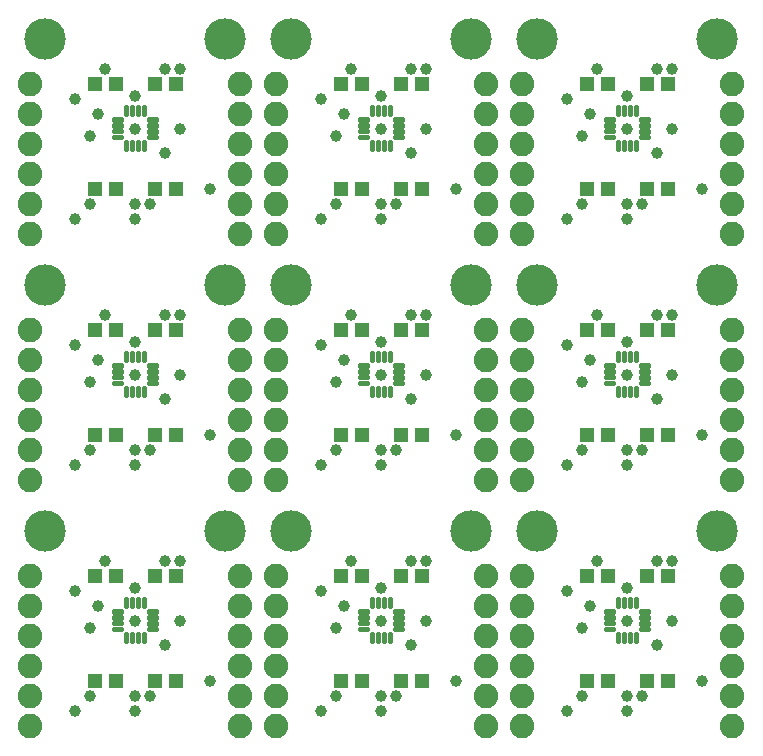
<source format=gts>
G75*
%MOIN*%
%OFA0B0*%
%FSLAX25Y25*%
%IPPOS*%
%LPD*%
%AMOC8*
5,1,8,0,0,1.08239X$1,22.5*
%
%ADD10C,0.01486*%
%ADD11R,0.05131X0.04737*%
%ADD12C,0.13800*%
%ADD13C,0.08200*%
%ADD14C,0.03900*%
D10*
X0037793Y0040844D02*
X0040453Y0040844D01*
X0037793Y0040844D02*
X0037793Y0041338D01*
X0040453Y0041338D01*
X0040453Y0040844D01*
X0040453Y0042813D02*
X0037793Y0042813D01*
X0037793Y0043307D01*
X0040453Y0043307D01*
X0040453Y0042813D01*
X0040453Y0044781D02*
X0037793Y0044781D01*
X0037793Y0045275D01*
X0040453Y0045275D01*
X0040453Y0044781D01*
X0040453Y0046750D02*
X0037793Y0046750D01*
X0037793Y0047244D01*
X0040453Y0047244D01*
X0040453Y0046750D01*
X0042370Y0048628D02*
X0042370Y0051288D01*
X0042370Y0048628D02*
X0041876Y0048628D01*
X0041876Y0051288D01*
X0042370Y0051288D01*
X0042370Y0050113D02*
X0041876Y0050113D01*
X0044338Y0051288D02*
X0044338Y0048628D01*
X0043844Y0048628D01*
X0043844Y0051288D01*
X0044338Y0051288D01*
X0044338Y0050113D02*
X0043844Y0050113D01*
X0046307Y0051288D02*
X0046307Y0048628D01*
X0045813Y0048628D01*
X0045813Y0051288D01*
X0046307Y0051288D01*
X0046307Y0050113D02*
X0045813Y0050113D01*
X0048275Y0051288D02*
X0048275Y0048628D01*
X0047781Y0048628D01*
X0047781Y0051288D01*
X0048275Y0051288D01*
X0048275Y0050113D02*
X0047781Y0050113D01*
X0049620Y0047205D02*
X0052280Y0047205D01*
X0052280Y0046711D01*
X0049620Y0046711D01*
X0049620Y0047205D01*
X0049620Y0045236D02*
X0052280Y0045236D01*
X0052280Y0044742D01*
X0049620Y0044742D01*
X0049620Y0045236D01*
X0049620Y0043268D02*
X0052280Y0043268D01*
X0052280Y0042774D01*
X0049620Y0042774D01*
X0049620Y0043268D01*
X0049620Y0041299D02*
X0052280Y0041299D01*
X0052280Y0040805D01*
X0049620Y0040805D01*
X0049620Y0041299D01*
X0047781Y0039461D02*
X0047781Y0036801D01*
X0047781Y0039461D02*
X0048275Y0039461D01*
X0048275Y0036801D01*
X0047781Y0036801D01*
X0047781Y0038286D02*
X0048275Y0038286D01*
X0045813Y0039461D02*
X0045813Y0036801D01*
X0045813Y0039461D02*
X0046307Y0039461D01*
X0046307Y0036801D01*
X0045813Y0036801D01*
X0045813Y0038286D02*
X0046307Y0038286D01*
X0043844Y0039461D02*
X0043844Y0036801D01*
X0043844Y0039461D02*
X0044338Y0039461D01*
X0044338Y0036801D01*
X0043844Y0036801D01*
X0043844Y0038286D02*
X0044338Y0038286D01*
X0041876Y0039461D02*
X0041876Y0036801D01*
X0041876Y0039461D02*
X0042370Y0039461D01*
X0042370Y0036801D01*
X0041876Y0036801D01*
X0041876Y0038286D02*
X0042370Y0038286D01*
X0119793Y0040844D02*
X0122453Y0040844D01*
X0119793Y0040844D02*
X0119793Y0041338D01*
X0122453Y0041338D01*
X0122453Y0040844D01*
X0122453Y0042813D02*
X0119793Y0042813D01*
X0119793Y0043307D01*
X0122453Y0043307D01*
X0122453Y0042813D01*
X0122453Y0044781D02*
X0119793Y0044781D01*
X0119793Y0045275D01*
X0122453Y0045275D01*
X0122453Y0044781D01*
X0122453Y0046750D02*
X0119793Y0046750D01*
X0119793Y0047244D01*
X0122453Y0047244D01*
X0122453Y0046750D01*
X0124370Y0048628D02*
X0124370Y0051288D01*
X0124370Y0048628D02*
X0123876Y0048628D01*
X0123876Y0051288D01*
X0124370Y0051288D01*
X0124370Y0050113D02*
X0123876Y0050113D01*
X0126338Y0051288D02*
X0126338Y0048628D01*
X0125844Y0048628D01*
X0125844Y0051288D01*
X0126338Y0051288D01*
X0126338Y0050113D02*
X0125844Y0050113D01*
X0128307Y0051288D02*
X0128307Y0048628D01*
X0127813Y0048628D01*
X0127813Y0051288D01*
X0128307Y0051288D01*
X0128307Y0050113D02*
X0127813Y0050113D01*
X0130275Y0051288D02*
X0130275Y0048628D01*
X0129781Y0048628D01*
X0129781Y0051288D01*
X0130275Y0051288D01*
X0130275Y0050113D02*
X0129781Y0050113D01*
X0131620Y0047205D02*
X0134280Y0047205D01*
X0134280Y0046711D01*
X0131620Y0046711D01*
X0131620Y0047205D01*
X0131620Y0045236D02*
X0134280Y0045236D01*
X0134280Y0044742D01*
X0131620Y0044742D01*
X0131620Y0045236D01*
X0131620Y0043268D02*
X0134280Y0043268D01*
X0134280Y0042774D01*
X0131620Y0042774D01*
X0131620Y0043268D01*
X0131620Y0041299D02*
X0134280Y0041299D01*
X0134280Y0040805D01*
X0131620Y0040805D01*
X0131620Y0041299D01*
X0129781Y0039461D02*
X0129781Y0036801D01*
X0129781Y0039461D02*
X0130275Y0039461D01*
X0130275Y0036801D01*
X0129781Y0036801D01*
X0129781Y0038286D02*
X0130275Y0038286D01*
X0127813Y0039461D02*
X0127813Y0036801D01*
X0127813Y0039461D02*
X0128307Y0039461D01*
X0128307Y0036801D01*
X0127813Y0036801D01*
X0127813Y0038286D02*
X0128307Y0038286D01*
X0125844Y0039461D02*
X0125844Y0036801D01*
X0125844Y0039461D02*
X0126338Y0039461D01*
X0126338Y0036801D01*
X0125844Y0036801D01*
X0125844Y0038286D02*
X0126338Y0038286D01*
X0123876Y0039461D02*
X0123876Y0036801D01*
X0123876Y0039461D02*
X0124370Y0039461D01*
X0124370Y0036801D01*
X0123876Y0036801D01*
X0123876Y0038286D02*
X0124370Y0038286D01*
X0201793Y0040844D02*
X0204453Y0040844D01*
X0201793Y0040844D02*
X0201793Y0041338D01*
X0204453Y0041338D01*
X0204453Y0040844D01*
X0204453Y0042813D02*
X0201793Y0042813D01*
X0201793Y0043307D01*
X0204453Y0043307D01*
X0204453Y0042813D01*
X0204453Y0044781D02*
X0201793Y0044781D01*
X0201793Y0045275D01*
X0204453Y0045275D01*
X0204453Y0044781D01*
X0204453Y0046750D02*
X0201793Y0046750D01*
X0201793Y0047244D01*
X0204453Y0047244D01*
X0204453Y0046750D01*
X0206370Y0048628D02*
X0206370Y0051288D01*
X0206370Y0048628D02*
X0205876Y0048628D01*
X0205876Y0051288D01*
X0206370Y0051288D01*
X0206370Y0050113D02*
X0205876Y0050113D01*
X0208338Y0051288D02*
X0208338Y0048628D01*
X0207844Y0048628D01*
X0207844Y0051288D01*
X0208338Y0051288D01*
X0208338Y0050113D02*
X0207844Y0050113D01*
X0210307Y0051288D02*
X0210307Y0048628D01*
X0209813Y0048628D01*
X0209813Y0051288D01*
X0210307Y0051288D01*
X0210307Y0050113D02*
X0209813Y0050113D01*
X0212275Y0051288D02*
X0212275Y0048628D01*
X0211781Y0048628D01*
X0211781Y0051288D01*
X0212275Y0051288D01*
X0212275Y0050113D02*
X0211781Y0050113D01*
X0213620Y0047205D02*
X0216280Y0047205D01*
X0216280Y0046711D01*
X0213620Y0046711D01*
X0213620Y0047205D01*
X0213620Y0045236D02*
X0216280Y0045236D01*
X0216280Y0044742D01*
X0213620Y0044742D01*
X0213620Y0045236D01*
X0213620Y0043268D02*
X0216280Y0043268D01*
X0216280Y0042774D01*
X0213620Y0042774D01*
X0213620Y0043268D01*
X0213620Y0041299D02*
X0216280Y0041299D01*
X0216280Y0040805D01*
X0213620Y0040805D01*
X0213620Y0041299D01*
X0211781Y0039461D02*
X0211781Y0036801D01*
X0211781Y0039461D02*
X0212275Y0039461D01*
X0212275Y0036801D01*
X0211781Y0036801D01*
X0211781Y0038286D02*
X0212275Y0038286D01*
X0209813Y0039461D02*
X0209813Y0036801D01*
X0209813Y0039461D02*
X0210307Y0039461D01*
X0210307Y0036801D01*
X0209813Y0036801D01*
X0209813Y0038286D02*
X0210307Y0038286D01*
X0207844Y0039461D02*
X0207844Y0036801D01*
X0207844Y0039461D02*
X0208338Y0039461D01*
X0208338Y0036801D01*
X0207844Y0036801D01*
X0207844Y0038286D02*
X0208338Y0038286D01*
X0205876Y0039461D02*
X0205876Y0036801D01*
X0205876Y0039461D02*
X0206370Y0039461D01*
X0206370Y0036801D01*
X0205876Y0036801D01*
X0205876Y0038286D02*
X0206370Y0038286D01*
X0205876Y0118801D02*
X0205876Y0121461D01*
X0206370Y0121461D01*
X0206370Y0118801D01*
X0205876Y0118801D01*
X0205876Y0120286D02*
X0206370Y0120286D01*
X0207844Y0121461D02*
X0207844Y0118801D01*
X0207844Y0121461D02*
X0208338Y0121461D01*
X0208338Y0118801D01*
X0207844Y0118801D01*
X0207844Y0120286D02*
X0208338Y0120286D01*
X0209813Y0121461D02*
X0209813Y0118801D01*
X0209813Y0121461D02*
X0210307Y0121461D01*
X0210307Y0118801D01*
X0209813Y0118801D01*
X0209813Y0120286D02*
X0210307Y0120286D01*
X0211781Y0121461D02*
X0211781Y0118801D01*
X0211781Y0121461D02*
X0212275Y0121461D01*
X0212275Y0118801D01*
X0211781Y0118801D01*
X0211781Y0120286D02*
X0212275Y0120286D01*
X0213620Y0123299D02*
X0216280Y0123299D01*
X0216280Y0122805D01*
X0213620Y0122805D01*
X0213620Y0123299D01*
X0213620Y0125268D02*
X0216280Y0125268D01*
X0216280Y0124774D01*
X0213620Y0124774D01*
X0213620Y0125268D01*
X0213620Y0127236D02*
X0216280Y0127236D01*
X0216280Y0126742D01*
X0213620Y0126742D01*
X0213620Y0127236D01*
X0213620Y0129205D02*
X0216280Y0129205D01*
X0216280Y0128711D01*
X0213620Y0128711D01*
X0213620Y0129205D01*
X0212275Y0130628D02*
X0212275Y0133288D01*
X0212275Y0130628D02*
X0211781Y0130628D01*
X0211781Y0133288D01*
X0212275Y0133288D01*
X0212275Y0132113D02*
X0211781Y0132113D01*
X0210307Y0133288D02*
X0210307Y0130628D01*
X0209813Y0130628D01*
X0209813Y0133288D01*
X0210307Y0133288D01*
X0210307Y0132113D02*
X0209813Y0132113D01*
X0208338Y0133288D02*
X0208338Y0130628D01*
X0207844Y0130628D01*
X0207844Y0133288D01*
X0208338Y0133288D01*
X0208338Y0132113D02*
X0207844Y0132113D01*
X0206370Y0133288D02*
X0206370Y0130628D01*
X0205876Y0130628D01*
X0205876Y0133288D01*
X0206370Y0133288D01*
X0206370Y0132113D02*
X0205876Y0132113D01*
X0204453Y0128750D02*
X0201793Y0128750D01*
X0201793Y0129244D01*
X0204453Y0129244D01*
X0204453Y0128750D01*
X0204453Y0126781D02*
X0201793Y0126781D01*
X0201793Y0127275D01*
X0204453Y0127275D01*
X0204453Y0126781D01*
X0204453Y0124813D02*
X0201793Y0124813D01*
X0201793Y0125307D01*
X0204453Y0125307D01*
X0204453Y0124813D01*
X0204453Y0122844D02*
X0201793Y0122844D01*
X0201793Y0123338D01*
X0204453Y0123338D01*
X0204453Y0122844D01*
X0134280Y0123299D02*
X0131620Y0123299D01*
X0134280Y0123299D02*
X0134280Y0122805D01*
X0131620Y0122805D01*
X0131620Y0123299D01*
X0131620Y0125268D02*
X0134280Y0125268D01*
X0134280Y0124774D01*
X0131620Y0124774D01*
X0131620Y0125268D01*
X0131620Y0127236D02*
X0134280Y0127236D01*
X0134280Y0126742D01*
X0131620Y0126742D01*
X0131620Y0127236D01*
X0131620Y0129205D02*
X0134280Y0129205D01*
X0134280Y0128711D01*
X0131620Y0128711D01*
X0131620Y0129205D01*
X0130275Y0130628D02*
X0130275Y0133288D01*
X0130275Y0130628D02*
X0129781Y0130628D01*
X0129781Y0133288D01*
X0130275Y0133288D01*
X0130275Y0132113D02*
X0129781Y0132113D01*
X0128307Y0133288D02*
X0128307Y0130628D01*
X0127813Y0130628D01*
X0127813Y0133288D01*
X0128307Y0133288D01*
X0128307Y0132113D02*
X0127813Y0132113D01*
X0126338Y0133288D02*
X0126338Y0130628D01*
X0125844Y0130628D01*
X0125844Y0133288D01*
X0126338Y0133288D01*
X0126338Y0132113D02*
X0125844Y0132113D01*
X0124370Y0133288D02*
X0124370Y0130628D01*
X0123876Y0130628D01*
X0123876Y0133288D01*
X0124370Y0133288D01*
X0124370Y0132113D02*
X0123876Y0132113D01*
X0122453Y0128750D02*
X0119793Y0128750D01*
X0119793Y0129244D01*
X0122453Y0129244D01*
X0122453Y0128750D01*
X0122453Y0126781D02*
X0119793Y0126781D01*
X0119793Y0127275D01*
X0122453Y0127275D01*
X0122453Y0126781D01*
X0122453Y0124813D02*
X0119793Y0124813D01*
X0119793Y0125307D01*
X0122453Y0125307D01*
X0122453Y0124813D01*
X0122453Y0122844D02*
X0119793Y0122844D01*
X0119793Y0123338D01*
X0122453Y0123338D01*
X0122453Y0122844D01*
X0123876Y0121461D02*
X0123876Y0118801D01*
X0123876Y0121461D02*
X0124370Y0121461D01*
X0124370Y0118801D01*
X0123876Y0118801D01*
X0123876Y0120286D02*
X0124370Y0120286D01*
X0125844Y0121461D02*
X0125844Y0118801D01*
X0125844Y0121461D02*
X0126338Y0121461D01*
X0126338Y0118801D01*
X0125844Y0118801D01*
X0125844Y0120286D02*
X0126338Y0120286D01*
X0127813Y0121461D02*
X0127813Y0118801D01*
X0127813Y0121461D02*
X0128307Y0121461D01*
X0128307Y0118801D01*
X0127813Y0118801D01*
X0127813Y0120286D02*
X0128307Y0120286D01*
X0129781Y0121461D02*
X0129781Y0118801D01*
X0129781Y0121461D02*
X0130275Y0121461D01*
X0130275Y0118801D01*
X0129781Y0118801D01*
X0129781Y0120286D02*
X0130275Y0120286D01*
X0052280Y0123299D02*
X0049620Y0123299D01*
X0052280Y0123299D02*
X0052280Y0122805D01*
X0049620Y0122805D01*
X0049620Y0123299D01*
X0049620Y0125268D02*
X0052280Y0125268D01*
X0052280Y0124774D01*
X0049620Y0124774D01*
X0049620Y0125268D01*
X0049620Y0127236D02*
X0052280Y0127236D01*
X0052280Y0126742D01*
X0049620Y0126742D01*
X0049620Y0127236D01*
X0049620Y0129205D02*
X0052280Y0129205D01*
X0052280Y0128711D01*
X0049620Y0128711D01*
X0049620Y0129205D01*
X0048275Y0130628D02*
X0048275Y0133288D01*
X0048275Y0130628D02*
X0047781Y0130628D01*
X0047781Y0133288D01*
X0048275Y0133288D01*
X0048275Y0132113D02*
X0047781Y0132113D01*
X0046307Y0133288D02*
X0046307Y0130628D01*
X0045813Y0130628D01*
X0045813Y0133288D01*
X0046307Y0133288D01*
X0046307Y0132113D02*
X0045813Y0132113D01*
X0044338Y0133288D02*
X0044338Y0130628D01*
X0043844Y0130628D01*
X0043844Y0133288D01*
X0044338Y0133288D01*
X0044338Y0132113D02*
X0043844Y0132113D01*
X0042370Y0133288D02*
X0042370Y0130628D01*
X0041876Y0130628D01*
X0041876Y0133288D01*
X0042370Y0133288D01*
X0042370Y0132113D02*
X0041876Y0132113D01*
X0040453Y0128750D02*
X0037793Y0128750D01*
X0037793Y0129244D01*
X0040453Y0129244D01*
X0040453Y0128750D01*
X0040453Y0126781D02*
X0037793Y0126781D01*
X0037793Y0127275D01*
X0040453Y0127275D01*
X0040453Y0126781D01*
X0040453Y0124813D02*
X0037793Y0124813D01*
X0037793Y0125307D01*
X0040453Y0125307D01*
X0040453Y0124813D01*
X0040453Y0122844D02*
X0037793Y0122844D01*
X0037793Y0123338D01*
X0040453Y0123338D01*
X0040453Y0122844D01*
X0041876Y0121461D02*
X0041876Y0118801D01*
X0041876Y0121461D02*
X0042370Y0121461D01*
X0042370Y0118801D01*
X0041876Y0118801D01*
X0041876Y0120286D02*
X0042370Y0120286D01*
X0043844Y0121461D02*
X0043844Y0118801D01*
X0043844Y0121461D02*
X0044338Y0121461D01*
X0044338Y0118801D01*
X0043844Y0118801D01*
X0043844Y0120286D02*
X0044338Y0120286D01*
X0045813Y0121461D02*
X0045813Y0118801D01*
X0045813Y0121461D02*
X0046307Y0121461D01*
X0046307Y0118801D01*
X0045813Y0118801D01*
X0045813Y0120286D02*
X0046307Y0120286D01*
X0047781Y0121461D02*
X0047781Y0118801D01*
X0047781Y0121461D02*
X0048275Y0121461D01*
X0048275Y0118801D01*
X0047781Y0118801D01*
X0047781Y0120286D02*
X0048275Y0120286D01*
X0047781Y0200801D02*
X0047781Y0203461D01*
X0048275Y0203461D01*
X0048275Y0200801D01*
X0047781Y0200801D01*
X0047781Y0202286D02*
X0048275Y0202286D01*
X0045813Y0203461D02*
X0045813Y0200801D01*
X0045813Y0203461D02*
X0046307Y0203461D01*
X0046307Y0200801D01*
X0045813Y0200801D01*
X0045813Y0202286D02*
X0046307Y0202286D01*
X0043844Y0203461D02*
X0043844Y0200801D01*
X0043844Y0203461D02*
X0044338Y0203461D01*
X0044338Y0200801D01*
X0043844Y0200801D01*
X0043844Y0202286D02*
X0044338Y0202286D01*
X0041876Y0203461D02*
X0041876Y0200801D01*
X0041876Y0203461D02*
X0042370Y0203461D01*
X0042370Y0200801D01*
X0041876Y0200801D01*
X0041876Y0202286D02*
X0042370Y0202286D01*
X0040453Y0204844D02*
X0037793Y0204844D01*
X0037793Y0205338D01*
X0040453Y0205338D01*
X0040453Y0204844D01*
X0040453Y0206813D02*
X0037793Y0206813D01*
X0037793Y0207307D01*
X0040453Y0207307D01*
X0040453Y0206813D01*
X0040453Y0208781D02*
X0037793Y0208781D01*
X0037793Y0209275D01*
X0040453Y0209275D01*
X0040453Y0208781D01*
X0040453Y0210750D02*
X0037793Y0210750D01*
X0037793Y0211244D01*
X0040453Y0211244D01*
X0040453Y0210750D01*
X0042370Y0212628D02*
X0042370Y0215288D01*
X0042370Y0212628D02*
X0041876Y0212628D01*
X0041876Y0215288D01*
X0042370Y0215288D01*
X0042370Y0214113D02*
X0041876Y0214113D01*
X0044338Y0215288D02*
X0044338Y0212628D01*
X0043844Y0212628D01*
X0043844Y0215288D01*
X0044338Y0215288D01*
X0044338Y0214113D02*
X0043844Y0214113D01*
X0046307Y0215288D02*
X0046307Y0212628D01*
X0045813Y0212628D01*
X0045813Y0215288D01*
X0046307Y0215288D01*
X0046307Y0214113D02*
X0045813Y0214113D01*
X0048275Y0215288D02*
X0048275Y0212628D01*
X0047781Y0212628D01*
X0047781Y0215288D01*
X0048275Y0215288D01*
X0048275Y0214113D02*
X0047781Y0214113D01*
X0049620Y0211205D02*
X0052280Y0211205D01*
X0052280Y0210711D01*
X0049620Y0210711D01*
X0049620Y0211205D01*
X0049620Y0209236D02*
X0052280Y0209236D01*
X0052280Y0208742D01*
X0049620Y0208742D01*
X0049620Y0209236D01*
X0049620Y0207268D02*
X0052280Y0207268D01*
X0052280Y0206774D01*
X0049620Y0206774D01*
X0049620Y0207268D01*
X0049620Y0205299D02*
X0052280Y0205299D01*
X0052280Y0204805D01*
X0049620Y0204805D01*
X0049620Y0205299D01*
X0119793Y0204844D02*
X0122453Y0204844D01*
X0119793Y0204844D02*
X0119793Y0205338D01*
X0122453Y0205338D01*
X0122453Y0204844D01*
X0122453Y0206813D02*
X0119793Y0206813D01*
X0119793Y0207307D01*
X0122453Y0207307D01*
X0122453Y0206813D01*
X0122453Y0208781D02*
X0119793Y0208781D01*
X0119793Y0209275D01*
X0122453Y0209275D01*
X0122453Y0208781D01*
X0122453Y0210750D02*
X0119793Y0210750D01*
X0119793Y0211244D01*
X0122453Y0211244D01*
X0122453Y0210750D01*
X0124370Y0212628D02*
X0124370Y0215288D01*
X0124370Y0212628D02*
X0123876Y0212628D01*
X0123876Y0215288D01*
X0124370Y0215288D01*
X0124370Y0214113D02*
X0123876Y0214113D01*
X0126338Y0215288D02*
X0126338Y0212628D01*
X0125844Y0212628D01*
X0125844Y0215288D01*
X0126338Y0215288D01*
X0126338Y0214113D02*
X0125844Y0214113D01*
X0128307Y0215288D02*
X0128307Y0212628D01*
X0127813Y0212628D01*
X0127813Y0215288D01*
X0128307Y0215288D01*
X0128307Y0214113D02*
X0127813Y0214113D01*
X0130275Y0215288D02*
X0130275Y0212628D01*
X0129781Y0212628D01*
X0129781Y0215288D01*
X0130275Y0215288D01*
X0130275Y0214113D02*
X0129781Y0214113D01*
X0131620Y0211205D02*
X0134280Y0211205D01*
X0134280Y0210711D01*
X0131620Y0210711D01*
X0131620Y0211205D01*
X0131620Y0209236D02*
X0134280Y0209236D01*
X0134280Y0208742D01*
X0131620Y0208742D01*
X0131620Y0209236D01*
X0131620Y0207268D02*
X0134280Y0207268D01*
X0134280Y0206774D01*
X0131620Y0206774D01*
X0131620Y0207268D01*
X0131620Y0205299D02*
X0134280Y0205299D01*
X0134280Y0204805D01*
X0131620Y0204805D01*
X0131620Y0205299D01*
X0129781Y0203461D02*
X0129781Y0200801D01*
X0129781Y0203461D02*
X0130275Y0203461D01*
X0130275Y0200801D01*
X0129781Y0200801D01*
X0129781Y0202286D02*
X0130275Y0202286D01*
X0127813Y0203461D02*
X0127813Y0200801D01*
X0127813Y0203461D02*
X0128307Y0203461D01*
X0128307Y0200801D01*
X0127813Y0200801D01*
X0127813Y0202286D02*
X0128307Y0202286D01*
X0125844Y0203461D02*
X0125844Y0200801D01*
X0125844Y0203461D02*
X0126338Y0203461D01*
X0126338Y0200801D01*
X0125844Y0200801D01*
X0125844Y0202286D02*
X0126338Y0202286D01*
X0123876Y0203461D02*
X0123876Y0200801D01*
X0123876Y0203461D02*
X0124370Y0203461D01*
X0124370Y0200801D01*
X0123876Y0200801D01*
X0123876Y0202286D02*
X0124370Y0202286D01*
X0201793Y0204844D02*
X0204453Y0204844D01*
X0201793Y0204844D02*
X0201793Y0205338D01*
X0204453Y0205338D01*
X0204453Y0204844D01*
X0204453Y0206813D02*
X0201793Y0206813D01*
X0201793Y0207307D01*
X0204453Y0207307D01*
X0204453Y0206813D01*
X0204453Y0208781D02*
X0201793Y0208781D01*
X0201793Y0209275D01*
X0204453Y0209275D01*
X0204453Y0208781D01*
X0204453Y0210750D02*
X0201793Y0210750D01*
X0201793Y0211244D01*
X0204453Y0211244D01*
X0204453Y0210750D01*
X0206370Y0212628D02*
X0206370Y0215288D01*
X0206370Y0212628D02*
X0205876Y0212628D01*
X0205876Y0215288D01*
X0206370Y0215288D01*
X0206370Y0214113D02*
X0205876Y0214113D01*
X0208338Y0215288D02*
X0208338Y0212628D01*
X0207844Y0212628D01*
X0207844Y0215288D01*
X0208338Y0215288D01*
X0208338Y0214113D02*
X0207844Y0214113D01*
X0210307Y0215288D02*
X0210307Y0212628D01*
X0209813Y0212628D01*
X0209813Y0215288D01*
X0210307Y0215288D01*
X0210307Y0214113D02*
X0209813Y0214113D01*
X0212275Y0215288D02*
X0212275Y0212628D01*
X0211781Y0212628D01*
X0211781Y0215288D01*
X0212275Y0215288D01*
X0212275Y0214113D02*
X0211781Y0214113D01*
X0213620Y0211205D02*
X0216280Y0211205D01*
X0216280Y0210711D01*
X0213620Y0210711D01*
X0213620Y0211205D01*
X0213620Y0209236D02*
X0216280Y0209236D01*
X0216280Y0208742D01*
X0213620Y0208742D01*
X0213620Y0209236D01*
X0213620Y0207268D02*
X0216280Y0207268D01*
X0216280Y0206774D01*
X0213620Y0206774D01*
X0213620Y0207268D01*
X0213620Y0205299D02*
X0216280Y0205299D01*
X0216280Y0204805D01*
X0213620Y0204805D01*
X0213620Y0205299D01*
X0211781Y0203461D02*
X0211781Y0200801D01*
X0211781Y0203461D02*
X0212275Y0203461D01*
X0212275Y0200801D01*
X0211781Y0200801D01*
X0211781Y0202286D02*
X0212275Y0202286D01*
X0209813Y0203461D02*
X0209813Y0200801D01*
X0209813Y0203461D02*
X0210307Y0203461D01*
X0210307Y0200801D01*
X0209813Y0200801D01*
X0209813Y0202286D02*
X0210307Y0202286D01*
X0207844Y0203461D02*
X0207844Y0200801D01*
X0207844Y0203461D02*
X0208338Y0203461D01*
X0208338Y0200801D01*
X0207844Y0200801D01*
X0207844Y0202286D02*
X0208338Y0202286D01*
X0205876Y0203461D02*
X0205876Y0200801D01*
X0205876Y0203461D02*
X0206370Y0203461D01*
X0206370Y0200801D01*
X0205876Y0200801D01*
X0205876Y0202286D02*
X0206370Y0202286D01*
D11*
X0202406Y0188060D03*
X0195714Y0188060D03*
X0215714Y0188060D03*
X0222406Y0188060D03*
X0222406Y0223060D03*
X0215714Y0223060D03*
X0202406Y0223060D03*
X0195714Y0223060D03*
X0140406Y0223060D03*
X0133714Y0223060D03*
X0120406Y0223060D03*
X0113714Y0223060D03*
X0113714Y0188060D03*
X0120406Y0188060D03*
X0133714Y0188060D03*
X0140406Y0188060D03*
X0140406Y0141060D03*
X0133714Y0141060D03*
X0120406Y0141060D03*
X0113714Y0141060D03*
X0113714Y0106060D03*
X0120406Y0106060D03*
X0133714Y0106060D03*
X0140406Y0106060D03*
X0140406Y0059060D03*
X0133714Y0059060D03*
X0120406Y0059060D03*
X0113714Y0059060D03*
X0113714Y0024060D03*
X0120406Y0024060D03*
X0133714Y0024060D03*
X0140406Y0024060D03*
X0195714Y0024060D03*
X0202406Y0024060D03*
X0215714Y0024060D03*
X0222406Y0024060D03*
X0222406Y0059060D03*
X0215714Y0059060D03*
X0202406Y0059060D03*
X0195714Y0059060D03*
X0195714Y0106060D03*
X0202406Y0106060D03*
X0215714Y0106060D03*
X0222406Y0106060D03*
X0222406Y0141060D03*
X0215714Y0141060D03*
X0202406Y0141060D03*
X0195714Y0141060D03*
X0058406Y0141060D03*
X0051714Y0141060D03*
X0038406Y0141060D03*
X0031714Y0141060D03*
X0031714Y0106060D03*
X0038406Y0106060D03*
X0051714Y0106060D03*
X0058406Y0106060D03*
X0058406Y0059060D03*
X0051714Y0059060D03*
X0038406Y0059060D03*
X0031714Y0059060D03*
X0031714Y0024060D03*
X0038406Y0024060D03*
X0051714Y0024060D03*
X0058406Y0024060D03*
X0058406Y0188060D03*
X0051714Y0188060D03*
X0038406Y0188060D03*
X0031714Y0188060D03*
X0031714Y0223060D03*
X0038406Y0223060D03*
X0051714Y0223060D03*
X0058406Y0223060D03*
D12*
X0075060Y0238060D03*
X0097060Y0238060D03*
X0157060Y0238060D03*
X0179060Y0238060D03*
X0239060Y0238060D03*
X0239060Y0156060D03*
X0179060Y0156060D03*
X0157060Y0156060D03*
X0097060Y0156060D03*
X0075060Y0156060D03*
X0015060Y0156060D03*
X0015060Y0238060D03*
X0015060Y0074060D03*
X0075060Y0074060D03*
X0097060Y0074060D03*
X0157060Y0074060D03*
X0179060Y0074060D03*
X0239060Y0074060D03*
D13*
X0010060Y0009060D03*
X0010060Y0019060D03*
X0010060Y0029060D03*
X0010060Y0039060D03*
X0010060Y0049060D03*
X0010060Y0059060D03*
X0010060Y0091060D03*
X0010060Y0101060D03*
X0010060Y0111060D03*
X0010060Y0121060D03*
X0010060Y0131060D03*
X0010060Y0141060D03*
X0010060Y0173060D03*
X0010060Y0183060D03*
X0010060Y0193060D03*
X0010060Y0203060D03*
X0010060Y0213060D03*
X0010060Y0223060D03*
X0080060Y0223060D03*
X0080060Y0213060D03*
X0080060Y0203060D03*
X0080060Y0193060D03*
X0080060Y0183060D03*
X0080060Y0173060D03*
X0092060Y0173060D03*
X0092060Y0183060D03*
X0092060Y0193060D03*
X0092060Y0203060D03*
X0092060Y0213060D03*
X0092060Y0223060D03*
X0162060Y0223060D03*
X0162060Y0213060D03*
X0162060Y0203060D03*
X0162060Y0193060D03*
X0162060Y0183060D03*
X0162060Y0173060D03*
X0174060Y0173060D03*
X0174060Y0183060D03*
X0174060Y0193060D03*
X0174060Y0203060D03*
X0174060Y0213060D03*
X0174060Y0223060D03*
X0244060Y0223060D03*
X0244060Y0213060D03*
X0244060Y0203060D03*
X0244060Y0193060D03*
X0244060Y0183060D03*
X0244060Y0173060D03*
X0244060Y0141060D03*
X0244060Y0131060D03*
X0244060Y0121060D03*
X0244060Y0111060D03*
X0244060Y0101060D03*
X0244060Y0091060D03*
X0244060Y0059060D03*
X0244060Y0049060D03*
X0244060Y0039060D03*
X0244060Y0029060D03*
X0244060Y0019060D03*
X0244060Y0009060D03*
X0174060Y0009060D03*
X0174060Y0019060D03*
X0174060Y0029060D03*
X0174060Y0039060D03*
X0174060Y0049060D03*
X0174060Y0059060D03*
X0162060Y0059060D03*
X0162060Y0049060D03*
X0162060Y0039060D03*
X0162060Y0029060D03*
X0162060Y0019060D03*
X0162060Y0009060D03*
X0092060Y0009060D03*
X0092060Y0019060D03*
X0092060Y0029060D03*
X0092060Y0039060D03*
X0092060Y0049060D03*
X0092060Y0059060D03*
X0080060Y0059060D03*
X0080060Y0049060D03*
X0080060Y0039060D03*
X0080060Y0029060D03*
X0080060Y0019060D03*
X0080060Y0009060D03*
X0080060Y0091060D03*
X0080060Y0101060D03*
X0080060Y0111060D03*
X0080060Y0121060D03*
X0080060Y0131060D03*
X0080060Y0141060D03*
X0092060Y0141060D03*
X0092060Y0131060D03*
X0092060Y0121060D03*
X0092060Y0111060D03*
X0092060Y0101060D03*
X0092060Y0091060D03*
X0162060Y0091060D03*
X0162060Y0101060D03*
X0162060Y0111060D03*
X0162060Y0121060D03*
X0162060Y0131060D03*
X0162060Y0141060D03*
X0174060Y0141060D03*
X0174060Y0131060D03*
X0174060Y0121060D03*
X0174060Y0111060D03*
X0174060Y0101060D03*
X0174060Y0091060D03*
D14*
X0189060Y0096060D03*
X0194060Y0101060D03*
X0209060Y0101060D03*
X0214060Y0101060D03*
X0209060Y0096060D03*
X0219060Y0118060D03*
X0224060Y0126060D03*
X0209060Y0126060D03*
X0209060Y0137060D03*
X0219060Y0146060D03*
X0224060Y0146060D03*
X0199060Y0146060D03*
X0189060Y0136060D03*
X0196560Y0131060D03*
X0194060Y0123560D03*
X0234060Y0106060D03*
X0224060Y0064060D03*
X0219060Y0064060D03*
X0209060Y0055060D03*
X0209060Y0044060D03*
X0219060Y0036060D03*
X0224060Y0044060D03*
X0234060Y0024060D03*
X0214060Y0019060D03*
X0209060Y0019060D03*
X0209060Y0014060D03*
X0194060Y0019060D03*
X0189060Y0014060D03*
X0194060Y0041560D03*
X0196560Y0049060D03*
X0189060Y0054060D03*
X0199060Y0064060D03*
X0152060Y0024060D03*
X0137060Y0036060D03*
X0142060Y0044060D03*
X0127060Y0044060D03*
X0127060Y0055060D03*
X0137060Y0064060D03*
X0142060Y0064060D03*
X0117060Y0064060D03*
X0107060Y0054060D03*
X0114560Y0049060D03*
X0112060Y0041560D03*
X0112060Y0019060D03*
X0107060Y0014060D03*
X0127060Y0014060D03*
X0127060Y0019060D03*
X0132060Y0019060D03*
X0070060Y0024060D03*
X0055060Y0036060D03*
X0060060Y0044060D03*
X0045060Y0044060D03*
X0045060Y0055060D03*
X0055060Y0064060D03*
X0060060Y0064060D03*
X0035060Y0064060D03*
X0025060Y0054060D03*
X0032560Y0049060D03*
X0030060Y0041560D03*
X0030060Y0019060D03*
X0025060Y0014060D03*
X0045060Y0014060D03*
X0045060Y0019060D03*
X0050060Y0019060D03*
X0045060Y0096060D03*
X0045060Y0101060D03*
X0050060Y0101060D03*
X0055060Y0118060D03*
X0060060Y0126060D03*
X0045060Y0126060D03*
X0045060Y0137060D03*
X0055060Y0146060D03*
X0060060Y0146060D03*
X0035060Y0146060D03*
X0025060Y0136060D03*
X0032560Y0131060D03*
X0030060Y0123560D03*
X0030060Y0101060D03*
X0025060Y0096060D03*
X0070060Y0106060D03*
X0107060Y0096060D03*
X0112060Y0101060D03*
X0127060Y0101060D03*
X0132060Y0101060D03*
X0127060Y0096060D03*
X0137060Y0118060D03*
X0142060Y0126060D03*
X0127060Y0126060D03*
X0127060Y0137060D03*
X0137060Y0146060D03*
X0142060Y0146060D03*
X0117060Y0146060D03*
X0107060Y0136060D03*
X0114560Y0131060D03*
X0112060Y0123560D03*
X0152060Y0106060D03*
X0127060Y0178060D03*
X0127060Y0183060D03*
X0132060Y0183060D03*
X0137060Y0200060D03*
X0142060Y0208060D03*
X0127060Y0208060D03*
X0127060Y0219060D03*
X0137060Y0228060D03*
X0142060Y0228060D03*
X0117060Y0228060D03*
X0107060Y0218060D03*
X0114560Y0213060D03*
X0112060Y0205560D03*
X0112060Y0183060D03*
X0107060Y0178060D03*
X0070060Y0188060D03*
X0055060Y0200060D03*
X0060060Y0208060D03*
X0045060Y0208060D03*
X0045060Y0219060D03*
X0055060Y0228060D03*
X0060060Y0228060D03*
X0035060Y0228060D03*
X0025060Y0218060D03*
X0032560Y0213060D03*
X0030060Y0205560D03*
X0030060Y0183060D03*
X0025060Y0178060D03*
X0045060Y0178060D03*
X0045060Y0183060D03*
X0050060Y0183060D03*
X0152060Y0188060D03*
X0189060Y0178060D03*
X0194060Y0183060D03*
X0209060Y0183060D03*
X0214060Y0183060D03*
X0209060Y0178060D03*
X0219060Y0200060D03*
X0224060Y0208060D03*
X0209060Y0208060D03*
X0209060Y0219060D03*
X0219060Y0228060D03*
X0224060Y0228060D03*
X0199060Y0228060D03*
X0189060Y0218060D03*
X0196560Y0213060D03*
X0194060Y0205560D03*
X0234060Y0188060D03*
M02*

</source>
